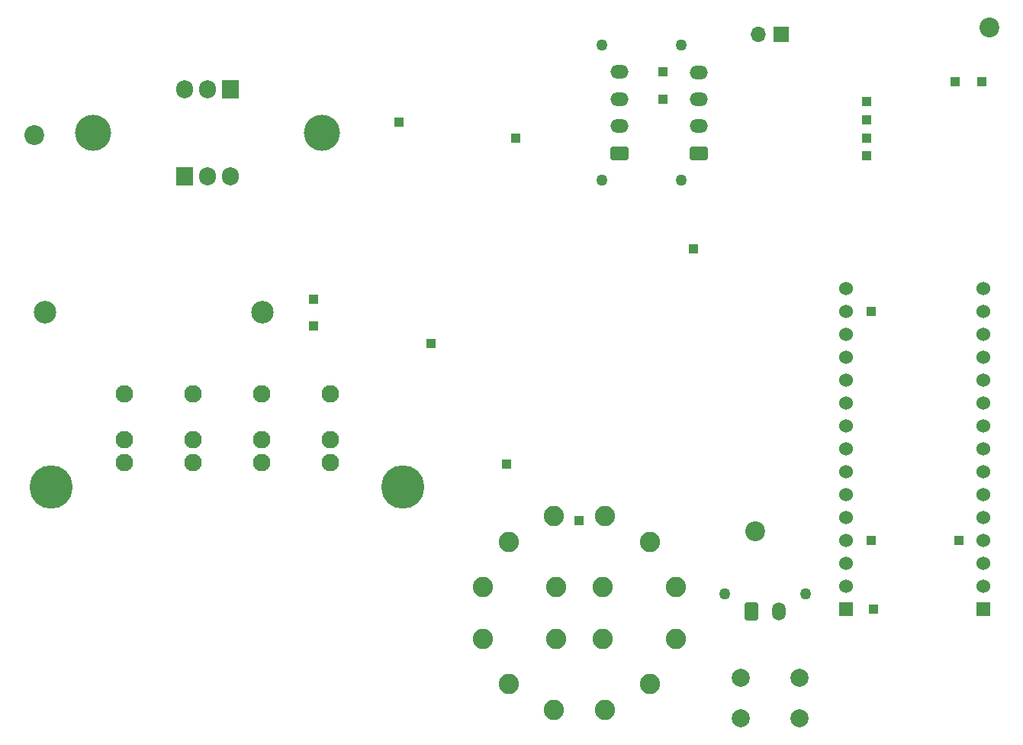
<source format=gbr>
%TF.GenerationSoftware,KiCad,Pcbnew,(6.0.1)*%
%TF.CreationDate,2022-02-11T00:18:45-06:00*%
%TF.ProjectId,IV Curve Tracer,49562043-7572-4766-9520-547261636572,1.2.0*%
%TF.SameCoordinates,Original*%
%TF.FileFunction,Soldermask,Bot*%
%TF.FilePolarity,Negative*%
%FSLAX46Y46*%
G04 Gerber Fmt 4.6, Leading zero omitted, Abs format (unit mm)*
G04 Created by KiCad (PCBNEW (6.0.1)) date 2022-02-11 00:18:45*
%MOMM*%
%LPD*%
G01*
G04 APERTURE LIST*
G04 Aperture macros list*
%AMRoundRect*
0 Rectangle with rounded corners*
0 $1 Rounding radius*
0 $2 $3 $4 $5 $6 $7 $8 $9 X,Y pos of 4 corners*
0 Add a 4 corners polygon primitive as box body*
4,1,4,$2,$3,$4,$5,$6,$7,$8,$9,$2,$3,0*
0 Add four circle primitives for the rounded corners*
1,1,$1+$1,$2,$3*
1,1,$1+$1,$4,$5*
1,1,$1+$1,$6,$7*
1,1,$1+$1,$8,$9*
0 Add four rect primitives between the rounded corners*
20,1,$1+$1,$2,$3,$4,$5,0*
20,1,$1+$1,$4,$5,$6,$7,0*
20,1,$1+$1,$6,$7,$8,$9,0*
20,1,$1+$1,$8,$9,$2,$3,0*%
G04 Aperture macros list end*
%ADD10R,1.905000X2.000000*%
%ADD11O,1.905000X2.000000*%
%ADD12C,2.200000*%
%ADD13C,1.270000*%
%ADD14RoundRect,0.250001X-0.499999X-0.759999X0.499999X-0.759999X0.499999X0.759999X-0.499999X0.759999X0*%
%ADD15O,1.500000X2.020000*%
%ADD16R,1.530000X1.530000*%
%ADD17C,1.530000*%
%ADD18RoundRect,0.250001X0.759999X-0.499999X0.759999X0.499999X-0.759999X0.499999X-0.759999X-0.499999X0*%
%ADD19O,2.020000X1.500000*%
%ADD20R,1.700000X1.700000*%
%ADD21O,1.700000X1.700000*%
%ADD22C,4.800000*%
%ADD23C,1.950000*%
%ADD24C,4.000000*%
%ADD25C,2.500000*%
%ADD26C,2.250000*%
%ADD27C,2.000000*%
%ADD28R,1.000000X1.000000*%
G04 APERTURE END LIST*
D10*
%TO.C,Q1*%
X55414989Y-35228880D03*
D11*
X52874989Y-35228880D03*
X50334989Y-35228880D03*
%TD*%
D12*
%TO.C,H3*%
X113674989Y-84272654D03*
%TD*%
D13*
%TO.C,J1*%
X119269989Y-91202654D03*
X110269989Y-91202654D03*
D14*
X113269989Y-93162654D03*
D15*
X116269989Y-93162654D03*
%TD*%
D16*
%TO.C,U1*%
X139024989Y-92872654D03*
D17*
X139024989Y-90332654D03*
X139024989Y-87792654D03*
X139024989Y-85252654D03*
X139024989Y-82712654D03*
X139024989Y-80172654D03*
X139024989Y-77632654D03*
X139024989Y-75092654D03*
X139024989Y-72552654D03*
X139024989Y-70012654D03*
X139024989Y-67472654D03*
X139024989Y-64932654D03*
X139024989Y-62392654D03*
X139024989Y-59852654D03*
X139024989Y-57312654D03*
X123784989Y-57312654D03*
X123784989Y-59852654D03*
X123784989Y-62392654D03*
X123784989Y-64932654D03*
X123784989Y-67472654D03*
X123784989Y-70012654D03*
X123784989Y-72552654D03*
X123784989Y-75092654D03*
X123784989Y-77632654D03*
X123784989Y-80172654D03*
X123784989Y-82712654D03*
X123784989Y-85252654D03*
X123784989Y-87792654D03*
X123784989Y-90332654D03*
D16*
X123784989Y-92872654D03*
%TD*%
D13*
%TO.C,J4*%
X96677489Y-30327654D03*
X96677489Y-45327654D03*
D18*
X98637489Y-42327654D03*
D19*
X98637489Y-39327654D03*
X98637489Y-36327654D03*
X98637489Y-33327654D03*
%TD*%
D20*
%TO.C,JP1*%
X116557489Y-29132654D03*
D21*
X114017489Y-29132654D03*
%TD*%
D10*
%TO.C,Q2*%
X50339989Y-44888880D03*
D11*
X52879989Y-44888880D03*
X55419989Y-44888880D03*
%TD*%
D12*
%TO.C,H1*%
X33664989Y-40337654D03*
%TD*%
D22*
%TO.C,J2*%
X35559989Y-79343880D03*
X74539989Y-79343880D03*
D23*
X43619989Y-76623880D03*
X43619989Y-74083880D03*
X43619989Y-69003880D03*
X51239989Y-76623880D03*
X51239989Y-74083880D03*
X51239989Y-69003880D03*
X58859989Y-76623880D03*
X58859989Y-74083880D03*
X58859989Y-69003880D03*
X66479989Y-76623880D03*
X66479989Y-74083880D03*
X66479989Y-69003880D03*
%TD*%
D13*
%TO.C,J3*%
X105442489Y-30337654D03*
X105442489Y-45337654D03*
D18*
X107402489Y-42337654D03*
D19*
X107402489Y-39337654D03*
X107402489Y-36337654D03*
X107402489Y-33337654D03*
%TD*%
D24*
%TO.C,HS1*%
X65579989Y-40078880D03*
X40179989Y-40078880D03*
%TD*%
D25*
%TO.C,F1*%
X58994989Y-59948880D03*
X34894989Y-59948880D03*
%TD*%
D12*
%TO.C,H2*%
X139634989Y-28362654D03*
%TD*%
D26*
%TO.C,SW2*%
X91293899Y-104032654D03*
X86317899Y-101159744D03*
X83444989Y-96183744D03*
X83444989Y-90437964D03*
X86317899Y-85461964D03*
X91293899Y-82589054D03*
X97039679Y-82589054D03*
X102015679Y-85461964D03*
X104888589Y-90437964D03*
X104888589Y-96183744D03*
X102015679Y-101159744D03*
X97039679Y-104032654D03*
X91603789Y-96183744D03*
X91603779Y-90437964D03*
X96729799Y-90437964D03*
X96729799Y-96183744D03*
%TD*%
D27*
%TO.C,SW1*%
X112084989Y-104997654D03*
X118584989Y-104997654D03*
X118584989Y-100497654D03*
X112084989Y-100497654D03*
%TD*%
D28*
%TO.C,TP12*%
X74144989Y-38842654D03*
%TD*%
%TO.C,TP17*%
X126082489Y-36617654D03*
%TD*%
%TO.C,TP14*%
X138827489Y-34357654D03*
%TD*%
%TO.C,TP3*%
X126514989Y-59847654D03*
%TD*%
%TO.C,TP15*%
X126077489Y-42632654D03*
%TD*%
%TO.C,TP13*%
X135827489Y-34367654D03*
%TD*%
%TO.C,TP18*%
X126082489Y-40627654D03*
%TD*%
%TO.C,TP4*%
X136279989Y-85252654D03*
%TD*%
%TO.C,TP5*%
X106819989Y-52922654D03*
%TD*%
%TO.C,TP7*%
X64669989Y-61453880D03*
%TD*%
%TO.C,TP2*%
X126519989Y-85262654D03*
%TD*%
%TO.C,TP16*%
X126082489Y-38622654D03*
%TD*%
%TO.C,TP19*%
X103427489Y-36332654D03*
%TD*%
%TO.C,TP10*%
X86082489Y-76813744D03*
%TD*%
%TO.C,TP9*%
X94154989Y-83067654D03*
%TD*%
%TO.C,TP1*%
X126824989Y-92872654D03*
%TD*%
%TO.C,TP6*%
X64674989Y-58528880D03*
%TD*%
%TO.C,TP20*%
X103422489Y-33332654D03*
%TD*%
%TO.C,TP11*%
X87099989Y-40625154D03*
%TD*%
%TO.C,TP8*%
X77674989Y-63402654D03*
%TD*%
M02*

</source>
